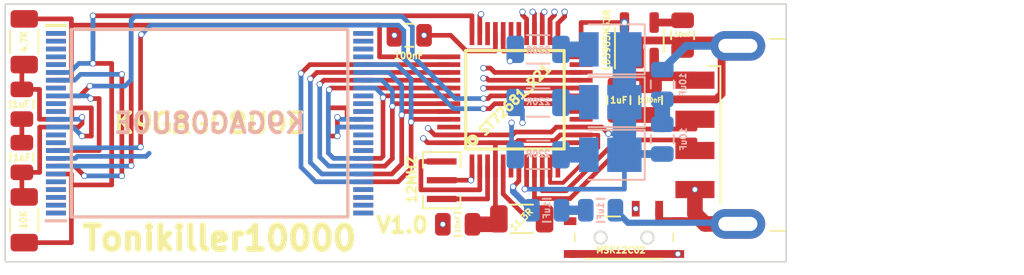
<source format=kicad_pcb>
(kicad_pcb (version 20211014) (generator pcbnew)
  (layers (0 "F.Cu" signal) (1 "In1.Cu" power "GND") (2 "In2.Cu" signal "In.Cu") (31 "B.Cu" signal) (34 "B.Paste" user) (35 "F.Paste" user) (36 "B.SilkS" user "B.Silkscreen") (37 "F.SilkS" user "F.Silkscreen") (38 "B.Mask" user) (39 "F.Mask" user) (44 "Edge.Cuts" user))
  (net 0 "")
  (net 1 "+3V3")
  (net 2 "Earth")
  (net 3 "Net-(C11-Pad2)")
  (net 5 "Net-(C14-Pad1)")
  (net 6 "WP")
  (net 7 "Net-(D1-Pad2)")
  (net 9 "ALE")
  (net 12 "Net-(D2-Pad2)")
  (net 13 "+1V8")
  (net 14 "Net-(J1-Pad3)")
  (net 15 "RNB")
  (net 17 "CLE")
  (net 18 "WE")
  (net 19 "RE")
  (net 20 "Net-(J1-Pad2)")
  (net 21 "CE2")
  (net 22 "CE1")
  (net 23 "Net-(R2-Pad1)")
  (net 24 "Net-(R1-Pad1)")
  (net 25 "Net-(D3-Pad2)")
  (net 26 "Net-(Y2-Pad1)")
  (net 27 "+5V")
  (net 34 "Net-(R4-Pad1)")
  (net 79 "/D3")
  (net 80 "/D2")
  (net 81 "/D1")
  (net 82 "/D0")
  (net 83 "/D7")
  (net 84 "/D6")
  (net 85 "/D5")
  (net 86 "/D4")
  (net 97 "Net-(C1-Pad1)")
  (net 98 "Net-(C12-Pad1)")
  (net 99 "Net-(C10-Pad2)")
  (net 101 "Net-(Y2-Pad3)")
  (net 102 "Net-(R7-Pad2)")
  (footprint "Capacitor_SMD:C_0805_2012Metric" (layer "F.Cu") (at 151.55 88.05)
    (fp_text reference "C4" hide)
    (fp_text value "10nF")
  )
  (footprint "Resistor_SMD:R_1206_3216Metric" (layer "F.Cu") (at 155.65 87.7 180)
    (fp_text reference "R4" hide)
    (fp_text value "11.3R")
  )
  (footprint "Resistor_SMD:R_1206_3216Metric" (layer "F.Cu") (at 123.8 87.7625 -90)
    (fp_text reference "R3" hide)
    (fp_text value "10K")
  )
  (footprint "Capacitor_SMD:C_0805_2012Metric" (layer "F.Cu") (at 123.65 83.775 90)
    (fp_text reference "C2" hide)
    (fp_text value "1uF")
  )
  (footprint "ST72681_R21:QFP50P900X900X160-48N" (layer "F.Cu") (at 155.2155 80.0775 90)
    (fp_text reference "f1" hide)
    (fp_text value "ST72681_R21")
  )
  (footprint "Capacitor_SMD:C_0805_2012Metric" (layer "F.Cu") (at 148.45 75.95)
    (fp_text reference "C14" hide)
    (fp_text value "100nF")
  )
  (footprint "Capacitor_SMD:C_0805_2012Metric" (layer "F.Cu") (at 123.65 80.3625 90)
    (fp_text reference "C1" hide)
    (fp_text value "1uF")
  )
  (footprint "Capacitor_SMD:C_0805_2012Metric" (layer "F.Cu") (at 165.9525 75.94 90)
    (fp_text reference "C11" hide)
    (fp_text value "10nF")
  )
  (footprint "MSK12C02:MSK12C02" (layer "F.Cu") (at 162.2 88.9)
    (fp_text reference "SW1" hide)
    (fp_text value "MSK12C02")
    (fp_circle (center -1.5 0) (end -1.1 0) (layer "Edge.Cuts") (width 0.12) (fill none))
    (fp_circle (center 1.5 0) (end 1.9 0) (layer "Edge.Cuts") (width 0.12) (fill none))
  )
  (footprint "Connector_USB:USB_A_CNCTech_1001-011-01101_Horizontal" (layer "F.Cu") (at 176.39 82.325)
    (fp_text reference "J1" hide)
    (fp_text value "USB_A")
  )
  (footprint "K9GAG08U0E:SOP50P2000X120-48N" (layer "F.Cu") (at 135.668 81.5775)
    (fp_text reference "m1" hide)
    (fp_text value "K9GAG08U0E")
  )
  (footprint "Capacitor_SMD:C_0805_2012Metric" (layer "F.Cu") (at 163.9 80.1 90)
    (fp_text reference "C5" hide)
    (fp_text value "100nF")
  )
  (footprint "Crystal:Resonator_SMD_Murata_CSTxExxV-3Pin_3.0x1.1mm" (layer "F.Cu") (at 150.5275 85.2275 -90)
    (fp_text reference "Y2" hide)
    (fp_text value "12MHZ")
  )
  (footprint "Capacitor_SMD:C_0805_2012Metric" (layer "F.Cu") (at 161.875 80.1 90)
    (fp_text reference "C8" hide)
    (fp_text value "1uF")
  )
  (footprint "Resistor_SMD:R_1206_3216Metric" (layer "F.Cu") (at 123.8 76.3625 90)
    (fp_text reference "R5" hide)
    (fp_text value "4.7K")
  )
  (footprint "Package_TO_SOT_SMD:SOT-23-5" (layer "F.Cu") (at 163.18 76.27 90)
    (fp_text reference "U1" hide)
    (fp_text value "LD3985M33R")
  )
  (footprint "Capacitor_SMD:C_0805_2012Metric" (layer "B.Cu") (at 157.25 87.15 180)
    (fp_text reference "C9" hide)
    (fp_text value "1uF")
  )
  (footprint "LED_SMD:LED_PLCC_2835" (layer "B.Cu") (at 161.325 83.6 180)
    (fp_text reference "D2" hide)
    (fp_text value "GREEN")
  )
  (footprint "Capacitor_SMD:C_0805_2012Metric" (layer "B.Cu") (at 164.65 82.6 -90)
    (fp_text reference "C12" hide)
    (fp_text value "10uF")
  )
  (footprint "LED_SMD:LED_PLCC_2835" (layer "B.Cu") (at 161.325 76.85 180)
    (fp_text reference "D3" hide)
    (fp_text value "YELLOW" hide)
  )
  (footprint "Capacitor_SMD:C_0805_2012Metric" (layer "B.Cu") (at 160.7 87.15 180)
    (fp_text reference "C10" hide)
    (fp_text value "1uF")
  )
  (footprint "Resistor_SMD:R_1206_3216Metric" (layer "B.Cu") (at 156.7 80.25)
    (fp_text reference "R2" hide)
    (fp_text value "220R")
  )
  (footprint "Resistor_SMD:R_1206_3216Metric" (layer "B.Cu") (at 156.7 83.6)
    (fp_text reference "R1" hide)
    (fp_text value "220R")
  )
  (footprint "Capacitor_SMD:C_0805_2012Metric" (layer "B.Cu") (at 164.65 79.1 -90)
    (fp_text reference "C3" hide)
    (fp_text value "10uF")
  )
  (footprint "Resistor_SMD:R_1206_3216Metric" (layer "B.Cu") (at 156.7 76.85 180)
    (fp_text reference "R7" hide)
    (fp_text value "220R")
  )
  (footprint "K9GAG08U0E:SOP50P2000X120-48N" (layer "B.Cu") (at 135.668 81.5775)
    (fp_text reference "m2" hide)
    (fp_text value "K9GAG08U0E")
  )
  (footprint "LED_SMD:LED_PLCC_2835" (layer "B.Cu") (at 161.325 80.23 180)
    (fp_text reference "D1" hide)
    (fp_text value "RED")
  )
  (gr_rect (start 122.58 90.45) (end 172.58 73.95) (layer "Edge.Cuts") (width 0.1) (fill none))
  (gr_text "Tonikiller10000" (at 136.3 88.95) (layer "F.SilkS") (effects (font (size 1.5 1.5) (thickness 0.375))))
  (gr_text "V1.0" (at 148 88.1) (layer "F.SilkS") (effects (font (size 1 1) (thickness 0.25))))
  (via (at 153.2 80.65) (size 0.4) (drill 0.3) (layers "F.Cu" "B.Cu") (net 0))
  (via (at 155 81.55) (size 0.4) (drill 0.3) (layers "F.Cu" "B.Cu") (net 0))
  (via (at 153.2 80) (size 0.4) (drill 0.3) (layers "F.Cu" "B.Cu") (net 0))
  (via (at 153.2 78.05) (size 0.4) (drill 0.3) (layers "F.Cu" "B.Cu") (net 0))
  (via (at 153.2 78.7) (size 0.4) (drill 0.3) (layers "F.Cu" "B.Cu") (net 0))
  (via (at 153.2 79.35) (size 0.4) (drill 0.3) (layers "F.Cu" "B.Cu") (net 0))
  (segment (start 125.83 81.3275) (end 124.78 81.3275) (width 0.3) (layer "F.Cu") (net 1))
  (segment (start 143.27 80.5925) (end 144.47 80.5925) (width 0.3) (layer "F.Cu") (net 1))
  (segment (start 126.85 81.3275) (end 126.85 80.6) (width 0.3) (layer "F.Cu") (net 1))
  (segment (start 144.47 80.5925) (end 144.47 81.3275) (width 0.3) (layer "F.Cu") (net 1))
  (segment (start 128.1 82.4) (end 127.5 82.4) (width 0.3) (layer "F.Cu") (net 1))
  (segment (start 124.78 79.4125) (end 123.65 79.4125) (width 0.3) (layer "F.Cu") (net 1))
  (segment (start 143.27 82.4) (end 143.27 80.5925) (width 0.3) (layer "F.Cu") (net 1))
  (segment (start 125.83 81.3275) (end 126.85 81.3275) (width 0.3) (layer "F.Cu") (net 1))
  (segment (start 123.65 79.4125) (end 123.65 77.825) (width 0.3) (layer "F.Cu") (net 1))
  (segment (start 157.8625 81.8275) (end 157.5475 82.1425) (width 0.3) (layer "F.Cu") (net 1))
  (segment (start 155.2475 82.1425) (end 155.0625 82.3275) (width 0.3) (layer "F.Cu") (net 1))
  (segment (start 128.1 80.6) (end 128.1 82.4) (width 0.3) (layer "F.Cu") (net 1))
  (segment (start 159.4535 75.1325) (end 162.23 75.1325) (width 0.3) (layer "F.Cu") (net 1))
  (segment (start 143.85 82.4) (end 143.27 82.4) (width 0.3) (layer "F.Cu") (net 1))
  (segment (start 150.0775 82.3275) (end 150.9775 82.3275) (width 0.3) (layer "F.Cu") (net 1))
  (segment (start 159.4535 76.95) (end 159.4535 77.3275) (width 0.3) (layer "F.Cu") (net 1))
  (segment (start 123.65 77.825) (end 123.8 77.825) (width 0.3) (layer "F.Cu") (net 1))
  (segment (start 160.7775 81.8275) (end 161.2 82.25) (width 0.3) (layer "F.Cu") (net 1))
  (segment (start 159.4535 81.8275) (end 157.8625 81.8275) (width 0.3) (layer "F.Cu") (net 1))
  (segment (start 126.85 80.6) (end 128.05 80.6) (width 0.3) (layer "F.Cu") (net 1))
  (segment (start 124.78 81.3275) (end 124.78 79.4125) (width 0.3) (layer "F.Cu") (net 1))
  (segment (start 155.9655 85.6845) (end 155.9655 84.3155) (width 0.3) (layer "F.Cu") (net 1))
  (segment (start 154.4655 76.95) (end 159.4535 76.95) (width 0.3) (layer "F.Cu") (net 1))
  (segment (start 155.0625 82.3275) (end 150.9775 82.3275) (width 0.3) (layer "F.Cu") (net 1))
  (segment (start 159.4535 76.95) (end 159.4535 75.1325) (width 0.3) (layer "F.Cu") (net 1))
  (segment (start 128.05 80.6) (end 128.1 80.6) (width 0.3) (layer "F.Cu") (net 1))
  (segment (start 154.4655 75.8395) (end 154.4655 76.95) (width 0.3) (layer "F.Cu") (net 1))
  (segment (start 144.47 81.3275) (end 145.506 81.3275) (width 0.3) (layer "F.Cu") (net 1))
  (segment (start 159.4535 81.8275) (end 160.7775 81.8275) (width 0.3) (layer "F.Cu") (net 1))
  (segment (start 157.5475 82.1425) (end 155.2475 82.1425) (width 0.3) (layer "F.Cu") (net 1))
  (segment (start 149.65 81.9) (end 150.0775 82.3275) (width 0.3) (layer "F.Cu") (net 1))
  (segment (start 155.85 85.8) (end 155.9655 85.6845) (width 0.3) (layer "F.Cu") (net 1))
  (via (at 161.2 82.25) (size 0.4) (drill 0.3) (layers "F.Cu" "B.Cu") (net 1))
  (via (at 149.65 81.9) (size 0.4) (drill 0.3) (layers "F.Cu" "B.Cu") (net 1))
  (via (at 162.23 75.1325) (size 0.4) (drill 0.3) (layers "F.Cu" "B.Cu") (net 1))
  (via (at 150.6 88.05) (size 0.4) (drill 0.3) (layers "F.Cu" "B.Cu") (net 1))
  (via (at 127.5 82.4) (size 0.4) (drill 0.3) (layers "F.Cu" "B.Cu") (net 1))
  (via (at 143.85 82.4) (size 0.4) (drill 0.3) (layers "F.Cu" "B.Cu") (net 1))
  (via (at 155.85 85.8) (size 0.4) (drill 0.3) (layers "F.Cu" "B.Cu") (net 1))
  (segment (start 162.275 83.55) (end 162.225 83.6) (width 0.5) (layer "B.Cu") (net 1))
  (segment (start 161.2 82.25) (end 162.2 82.25) (width 0.3) (layer "B.Cu") (net 1))
  (segment (start 155.85 85.8) (end 162.225 85.8) (width 0.3) (layer "B.Cu") (net 1))
  (segment (start 162.225 83.6) (end 162.225 82.225) (width 1.5) (layer "B.Cu") (net 1))
  (segment (start 162.225 85.8) (end 162.225 83.6) (width 0.3) (layer "B.Cu") (net 1))
  (segment (start 162.225 76.85) (end 162.225 75.1375) (width 0.5) (layer "B.Cu") (net 1))
  (segment (start 162.225 82.225) (end 162.225 76.85) (width 1.5) (layer "B.Cu") (net 1))
  (segment (start 125.83 81.8275) (end 126.9275 81.8275) (width 0.3) (layer "B.Cu") (net 1))
  (segment (start 143.85 81.8275) (end 143.85 82.4) (width 0.3) (layer "B.Cu") (net 1))
  (segment (start 162.225 75.1375) (end 162.23 75.1325) (width 0.5) (layer "B.Cu") (net 1))
  (segment (start 162.2 82.25) (end 162.225 82.225) (width 0.3) (layer "B.Cu") (net 1))
  (segment (start 145.506 81.8275) (end 143.85 81.8275) (width 0.3) (layer "B.Cu") (net 1))
  (segment (start 126.9275 81.8275) (end 127.5 82.4) (width 0.3) (layer "B.Cu") (net 1))
  (segment (start 164.65 83.55) (end 162.275 83.55) (width 0.5) (layer "B.Cu") (net 1))
  (segment (start 165.9525 76.28) (end 165.9525 76.89) (width 0.5) (layer "F.Cu") (net 2))
  (segment (start 153.8375 88.05) (end 154.1875 87.7) (width 1) (layer "F.Cu") (net 2))
  (segment (start 167.385 88.025) (end 169.49 88.025) (width 1) (layer "F.Cu") (net 2))
  (segment (start 127.2725 81.8275) (end 127.5 81.6) (width 0.3) (layer "F.Cu") (net 2))
  (segment (start 143.85 81.8275) (end 143.85 81.2) (width 0.3) (layer "F.Cu") (net 2))
  (segment (start 125.83 81.8275) (end 127.2725 81.8275) (width 0.3) (layer "F.Cu") (net 2))
  (segment (start 160.5475 83.1425) (end 160.5475 82.3275) (width 0.25) (layer "F.Cu") (net 2))
  (segment (start 157.7675 82.6825) (end 155.4275 82.6825) (width 0.3) (layer "F.Cu") (net 2))
  (segment (start 124.79 81.8275) (end 124.79 84.725) (width 0.3) (layer "F.Cu") (net 2))
  (segment (start 157.9655 75.1845) (end 158.4 74.75) (width 0.3) (layer "F.Cu") (net 2))
  (segment (start 168.45 76.625) (end 168.45 79.7) (width 0.5) (layer "F.Cu") (net 2))
  (segment (start 165.65 89.95) (end 158.75 89.95) (width 0.5) (layer "F.Cu") (net 2))
  (segment (start 149.6275 82.8275) (end 150.9775 82.8275) (width 0.3) (layer "F.Cu") (net 2))
  (segment (start 157.4655 84.3155) (end 157.4655 84.3125) (width 0.25) (layer "F.Cu") (net 2))
  (segment (start 164.45 87.1) (end 164.45 87.85) (width 0.5) (layer "F.Cu") (net 2))
  (segment (start 149.35 82.55) (end 149.6275 82.8275) (width 0.3) (layer "F.Cu") (net 2))
  (segment (start 169.49 76.28) (end 169.49 76.625) (width 0.5) (layer "F.Cu") (net 2))
  (segment (start 166.74 85.825) (end 166.74 87.38) (width 1) (layer "F.Cu") (net 2))
  (segment (start 161.875 81.05) (end 163.9 81.05) (width 1) (layer "F.Cu") (net 2))
  (segment (start 165.9525 76.28) (end 163.18 76.28) (width 0.5) (layer "F.Cu") (net 2))
  (segment (start 157.4655 84.3155) (end 157.4655 85.3925) (width 0.25) (layer "F.Cu") (net 2))
  (segment (start 154.9655 84.3155) (end 154.9655 83.1445) (width 0.3) (layer "F.Cu") (net 2))
  (segment (start 153.9505 82.8275) (end 153.5325 82.8275) (width 0.3) (layer "F.Cu") (net 2))
  (segment (start 153.9655 76.95) (end 153.9655 75.8395) (width 0.3) (layer "F.Cu") (net 2))
  (segment (start 168.1 80.05) (end 164.9 80.05) (width 0.5) (layer "F.Cu") (net 2))
  (segment (start 169.49 76.625) (end 168.45 76.625) (width 0.5) (layer "F.Cu") (net 2))
  (segment (start 159.4535 82.3275) (end 158.1225 82.3275) (width 0.3) (layer "F.Cu") (net 2))
  (segment (start 157.9655 75.8395) (end 157.9655 75.1845) (width 0.3) (layer "F.Cu") (net 2))
  (segment (start 160.5475 82.3275) (end 159.4535 82.3275) (width 0.25) (layer "F.Cu") (net 2))
  (segment (start 164.9 80.05) (end 163.9 81.05) (width 0.5) (layer "F.Cu") (net 2))
  (segment (start 153.9655 84.3155) (end 153.9655 82.8425) (width 0.3) (layer "F.Cu") (net 2))
  (segment (start 127.5 81.6) (end 127.5 81.2) (width 0.3) (layer "F.Cu") (net 2))
  (segment (start 165.9525 76.28) (end 169.49 76.28) (width 0.5) (layer "F.Cu") (net 2))
  (segment (start 158.1225 82.3275) (end 157.7675 82.6825) (width 0.3) (layer "F.Cu") (net 2))
  (segment (start 155.2825 82.8275) (end 153.5325 82.8275) (width 0.3) (layer "F.Cu") (net 2))
  (segment (start 163.18 77.4075) (end 163.18 76.28) (width 0.5) (layer "F.Cu") (net 2))
  (segment (start 153.5325 82.8275) (end 150.9775 82.8275) (width 0.3) (layer "F.Cu") (net 2))
  (segment (start 168.45 79.7) (end 168.1 80.05) (width 0.5) (layer "F.Cu") (net 2))
  (segment (start 123.8 86.3) (end 123.65 86.3) (width 0.3) (layer "F.Cu") (net 2))
  (segment (start 157.4655 84.3125) (end 157.4675 84.3125) (width 0.25) (layer "F.Cu") (net 2))
  (segment (start 149.4 75.95) (end 151.1 75.95) (width 0.3) (layer "F.Cu") (net 2))
  (segment (start 153.9655 84.3155) (end 153.9655 87.7) (width 0.3) (layer "F.Cu") (net 2))
  (segment (start 157.4655 85.3925) (end 158.2975 85.3925) (width 0.25) (layer "F.Cu") (net 2))
  (segment (start 164.45 87.85) (end 166.74 87.85) (width 0.5) (layer "F.Cu") (net 2))
  (segment (start 152.5 88.05) (end 153.8375 88.05) (width 1) (layer "F.Cu") (net 2))
  (segment (start 152.1 76.95) (end 153.9655 76.95) (width 0.3) (layer "F.Cu") (net 2))
  (segment (start 125.83 81.8275) (end 124.79 81.8275) (width 0.3) (layer "F.Cu") (net 2))
  (segment (start 166.74 87.38) (end 167.385 88.025) (width 1) (layer "F.Cu") (net 2))
  (segment (start 153.9655 82.8425) (end 153.9505 82.8275) (width 0.3) (layer "F.Cu") (net 2))
  (segment (start 145.506 81.8275) (end 143.85 81.8275) (width 0.3) (layer "F.Cu") (net 2))
  (segment (start 166.72 87.4) (end 166.74 87.38) (width 0.5) (layer "F.Cu") (net 2))
  (segment (start 158.2975 85.3925) (end 160.5475 83.1425) (width 0.25) (layer "F.Cu") (net 2))
  (segment (start 124.79 84.725) (end 123.65 84.725) (width 0.3) (layer "F.Cu") (net 2))
  (segment (start 123.65 86.3) (end 123.65 84.725) (width 0.3) (layer "F.Cu") (net 2))
  (segment (start 151.1 75.95) (end 152.1 76.95) (width 0.3) (layer "F.Cu") (net 2))
  (segment (start 154.9655 83.1445) (end 155.2825 82.8275) (width 0.3) (layer "F.Cu") (net 2))
  (segment (start 153.9655 87.7) (end 154.1875 87.7) (width 0.3) (layer "F.Cu") (net 2))
  (segment (start 166.74 87.85) (end 166.74 87.38) (width 0.5) (layer "F.Cu") (net 2))
  (segment (start 158.4 74.75) (end 158.4 74.45) (width 0.3) (layer "F.Cu") (net 2))
  (segment (start 155.4275 82.6825) (end 155.2825 82.8275) (width 0.3) (layer "F.Cu") (net 2))
  (via (at 166.74 85.825) (size 0.4) (drill 0.3) (layers "F.Cu" "B.Cu") (net 2))
  (via (at 143.85 81.2) (size 0.4) (drill 0.3) (layers "F.Cu" "B.Cu") (net 2))
  (via (at 158.4 74.45) (size 0.4) (drill 0.3) (layers "F.Cu" "B.Cu") (net 2))
  (via (at 127.5 81.2) (size 0.4) (drill 0.3) (layers "F.Cu" "B.Cu") (net 2))
  (via (at 165.65 89.95) (size 0.4) (drill 0.3) (layers "F.Cu" "B.Cu") (net 2))
  (via (at 149.35 82.55) (size 0.4) (drill 0.3) (layers "F.Cu" "B.Cu") (net 2))
  (via (at 149.4 75.95) (size 0.4) (drill 0.3) (layers "F.Cu" "B.Cu") (net 2))
  (segment (start 166.175 76.625) (end 169.49 76.625) (width 0.5) (layer "B.Cu") (net 2))
  (segment (start 169.415 87.95) (end 169.49 88.025) (width 0.4) (layer "B.Cu") (net 2))
  (segment (start 162.45 87.95) (end 169.415 87.95) (width 0.4) (layer "B.Cu") (net 2))
  (segment (start 145.506 81.3275) (end 143.9775 81.3275) (width 0.3) (layer "B.Cu") (net 2))
  (segment (start 164.65 78.15) (end 166.175 76.625) (width 0.5) (layer "B.Cu") (net 2))
  (segment (start 143.9775 81.3275) (end 143.85 81.2) (width 0.3) (layer "B.Cu") (net 2))
  (segment (start 143.85 81.2) (end 143.8575 81.1925) (width 0.3) (layer "B.Cu") (net 2))
  (segment (start 143.8575 81.1925) (end 143.87 81.1925) (width 0.3) (layer "B.Cu") (net 2))
  (segment (start 161.65 87.15) (end 162.45 87.95) (width 0.4) (layer "B.Cu") (net 2))
  (segment (start 125.83 81.3275) (end 127.3725 81.3275) (width 0.3) (layer "B.Cu") (net 2))
  (segment (start 127.3725 81.3275) (end 127.5 81.2) (width 0.3) (layer "B.Cu") (net 2))
  (segment (start 165.9525 75.1325) (end 165.9525 74.99) (width 0.5) (layer "F.Cu") (net 3))
  (segment (start 164.13 75.1325) (end 165.9525 75.1325) (width 0.5) (layer "F.Cu") (net 3))
  (segment (start 165.63 75.1325) (end 165.98 74.7825) (width 0.3) (layer "F.Cu") (net 3))
  (segment (start 155.7 74.45) (end 155.7 74.65) (width 0.3) (layer "F.Cu") (net 5))
  (segment (start 155.7 74.65) (end 155.9655 74.9155) (width 0.3) (layer "F.Cu") (net 5))
  (segment (start 155.9655 74.9155) (end 155.9655 75.8395) (width 0.3) (layer "F.Cu") (net 5))
  (via (at 147.5 75.95) (size 0.4) (drill 0.3) (layers "F.Cu" "B.Cu") (net 5))
  (via (at 155.7 74.45) (size 0.4) (drill 0.3) (layers "F.Cu" "B.Cu") (net 5))
  (segment (start 126.82 85.53) (end 126.82 84.8275) (width 0.3) (layer "F.Cu") (net 6))
  (segment (start 129.4 77.75) (end 128.2 77.75) (width 0.3) (layer "F.Cu") (net 6))
  (segment (start 152.4655 74.7) (end 152.4655 75.8395) (width 0.3) (layer "F.Cu") (net 6))
  (segment (start 126.82 85.53) (end 129.4 85.53) (width 0.3) (layer "F.Cu") (net 6))
  (segment (start 128.2 74.7) (end 152.4655 74.7) (width 0.3) (layer "F.Cu") (net 6))
  (segment (start 126.82 89.225) (end 126.82 85.53) (width 0.3) (layer "F.Cu") (net 6))
  (segment (start 126.82 84.8275) (end 125.83 84.8275) (width 0.3) (layer "F.Cu") (net 6))
  (segment (start 129.4 85.53) (end 129.4 77.75) (width 0.3) (layer "F.Cu") (net 6))
  (segment (start 123.8 89.225) (end 126.82 89.225) (width 0.3) (layer "F.Cu") (net 6))
  (via (at 128.2 77.75) (size 0.4) (drill 0.3) (layers "F.Cu" "B.Cu") (net 6))
  (via (at 128.2 74.7) (size 0.4) (drill 0.3) (layers "F.Cu" "B.Cu") (net 6))
  (segment (start 127.3 77.75) (end 126.7225 78.3275) (width 0.3) (layer "B.Cu") (net 6))
  (segment (start 128.2 74.7) (end 128.2 74.8) (width 0.3) (layer "B.Cu") (net 6))
  (segment (start 128.2 74.8) (end 128.2 77.75) (width 0.3) (layer "B.Cu") (net 6))
  (segment (start 127.3 77.75) (end 128.2 77.75) (width 0.3) (layer "B.Cu") (net 6))
  (segment (start 128.2 74.8) (end 128.2 76.85) (width 0.3) (layer "B.Cu") (net 6))
  (segment (start 126.7225 78.3275) (end 125.83 78.3275) (width 0.3) (layer "B.Cu") (net 6))
  (segment (start 159.95 80.25) (end 159.95 80.23) (width 1) (layer "B.Cu") (net 7))
  (segment (start 158.1625 80.25) (end 159.95 80.25) (width 1) (layer "B.Cu") (net 7))
  (segment (start 157.75 74.65) (end 157.4655 74.9345) (width 0.3) (layer "F.Cu") (net 9))
  (segment (start 157.4655 74.9345) (end 157.4655 75.8395) (width 0.3) (layer "F.Cu") (net 9))
  (segment (start 157.75 74.45) (end 157.75 74.65) (width 0.3) (layer "F.Cu") (net 9))
  (via (at 157.75 74.45) (size 0.4) (drill 0.3) (layers "F.Cu" "B.Cu") (net 9))
  (segment (start 158.1625 83.6) (end 159.95 83.6) (width 1) (layer "B.Cu") (net 12))
  (segment (start 157.9655 83.1825) (end 157.7575 83.1825) (width 0.3) (layer "F.Cu") (net 13))
  (segment (start 152.4 85.2275) (end 152.4655 85.162) (width 0.3) (layer "F.Cu") (net 13))
  (segment (start 152.4 85.2275) (end 150.5275 85.2275) (width 0.3) (layer "F.Cu") (net 13))
  (segment (start 155.6725 83.1825) (end 157.7475 83.1825) (width 0.3) (layer "F.Cu") (net 13))
  (segment (start 155.4655 85.2845) (end 155.4655 84.3155) (width 0.3) (layer "F.Cu") (net 13))
  (segment (start 152.4655 85.162) (end 152.4655 84.3155) (width 0.3) (layer "F.Cu") (net 13))
  (segment (start 157.9655 84.3155) (end 157.9655 83.1825) (width 0.3) (layer "F.Cu") (net 13))
  (segment (start 159.4535 82.8275) (end 158.3725 82.8275) (width 0.3) (layer "F.Cu") (net 13))
  (segment (start 158.3725 82.8275) (end 157.9655 83.2345) (width 0.3) (layer "F.Cu") (net 13))
  (segment (start 155.4655 83.3895) (end 155.6725 83.1825) (width 0.3) (layer "F.Cu") (net 13))
  (segment (start 157.9655 83.2345) (end 157.9655 84.3155) (width 0.3) (layer "F.Cu") (net 13))
  (segment (start 155.4655 84.3155) (end 155.4655 83.3895) (width 0.3) (layer "F.Cu") (net 13))
  (segment (start 155.1 85.65) (end 155.4655 85.2845) (width 0.3) (layer "F.Cu") (net 13))
  (via (at 152.4 85.2275) (size 0.4) (drill 0.3) (layers "F.Cu" "B.Cu") (net 13))
  (via (at 155.1 85.65) (size 0.4) (drill 0.3) (layers "F.Cu" "B.Cu") (net 13))
  (segment (start 156.3 87.15) (end 155.1 85.95) (width 0.4) (layer "B.Cu") (net 13))
  (segment (start 155.1 85.95) (end 155.1 85.65) (width 0.4) (layer "B.Cu") (net 13))
  (segment (start 156.4655 86.4) (end 156.4655 84.3155) (width 0.3) (layer "F.Cu") (net 14))
  (segment (start 166.74 83.325) (end 166.74 82.65) (width 0.3) (layer "F.Cu") (net 14))
  (segment (start 166.74 82.65) (end 162.5 82.65) (width 0.3) (layer "F.Cu") (net 14))
  (segment (start 158.75 86.4) (end 156.4655 86.4) (width 0.3) (layer "F.Cu") (net 14))
  (segment (start 162.5 82.65) (end 158.75 86.4) (width 0.3) (layer "F.Cu") (net 14))
  (segment (start 150.9775 77.3275) (end 146.55 77.3275) (width 0.3) (layer "F.Cu") (net 15))
  (segment (start 126.6075 74.9) (end 126.82 74.9) (width 0.3) (layer "F.Cu") (net 15))
  (segment (start 126.82 75.27) (end 126.82 78.8275) (width 0.3) (layer "F.Cu") (net 15))
  (segment (start 129.95 75.3) (end 126.82 75.3) (width 0.3) (layer "F.Cu") (net 15))
  (segment (start 130.65 84.3) (end 130.65 75.3) (width 0.3) (layer "F.Cu") (net 15))
  (segment (start 146.55 75.3) (end 129.95 75.3) (width 0.3) (layer "F.Cu") (net 15))
  (segment (start 123.8 74.9) (end 126.6075 74.9) (width 0.3) (layer "F.Cu") (net 15))
  (segment (start 146.55 77.3275) (end 146.55 75.3) (width 0.3) (layer "F.Cu") (net 15))
  (segment (start 126.82 78.8275) (end 125.83 78.8275) (width 0.3) (layer "F.Cu") (net 15))
  (segment (start 126.82 75.3) (end 126.82 75.27) (width 0.3) (layer "F.Cu") (net 15))
  (segment (start 126.82 74.9) (end 126.82 75.27) (width 0.3) (layer "F.Cu") (net 15))
  (via (at 130.65 84.3) (size 0.4) (drill 0.3) (layers "F.Cu" "B.Cu") (net 15))
  (segment (start 130.65 84.3) (end 130.6225 84.3275) (width 0.3) (layer "B.Cu") (net 15))
  (segment (start 130.6225 84.3275) (end 125.83 84.3275) (width 0.3) (layer "B.Cu") (net 15))
  (segment (start 128.6 83.3275) (end 128.6 80) (width 0.3) (layer "F.Cu") (net 17))
  (segment (start 159.4535 78.3275) (end 153.9225 78.3275) (width 0.3) (layer "F.Cu") (net 17))
  (segment (start 128.6 80) (end 128.05 80) (width 0.3) (layer "F.Cu") (net 17))
  (segment (start 125.83 83.3275) (end 128.6 83.3275) (width 0.3) (layer "F.Cu") (net 17))
  (segment (start 153.9225 78.3275) (end 153.645 78.05) (width 0.3) (layer "F.Cu") (net 17))
  (segment (start 153.645 78.05) (end 153.2 78.05) (width 0.3) (layer "F.Cu") (net 17))
  (via (at 128.05 80) (size 0.4) (drill 0.3) (layers "F.Cu" "B.Cu") (net 17))
  (segment (start 127.8775 79.8275) (end 125.83 79.8275) (width 0.3) (layer "B.Cu") (net 17))
  (segment (start 128.05 80) (end 127.8775 79.8275) (width 0.3) (layer "B.Cu") (net 17))
  (segment (start 153.4 78.7) (end 153.2 78.7) (width 0.3) (layer "F.Cu") (net 18))
  (segment (start 125.83 84.3275) (end 127.0275 84.3275) (width 0.3) (layer "F.Cu") (net 18))
  (segment (start 159.4535 78.8275) (end 153.5275 78.8275) (width 0.3) (layer "F.Cu") (net 18))
  (segment (start 153.5275 78.8275) (end 153.4 78.7) (width 0.3) (layer "F.Cu") (net 18))
  (segment (start 127.0275 84.3275) (end 127.65 84.95) (width 0.3) (layer "F.Cu") (net 18))
  (segment (start 130.05 84.95) (end 130.05 78.45) (width 0.3) (layer "F.Cu") (net 18))
  (via (at 127.65 84.95) (size 0.4) (drill 0.3) (layers "F.Cu" "B.Cu") (net 18))
  (via (at 130.05 78.45) (size 0.4) (drill 0.3) (layers "F.Cu" "B.Cu") (net 18))
  (via (at 130.05 84.95) (size 0.4) (drill 0.3) (layers "F.Cu" "B.Cu") (net 18))
  (segment (start 127.0225 78.8275) (end 127.4 78.45) (width 0.3) (layer "B.Cu") (net 18))
  (segment (start 125.83 78.8275) (end 127.0225 78.8275) (width 0.3) (layer "B.Cu") (net 18))
  (segment (start 127.65 84.95) (end 130.05 84.95) (width 0.3) (layer "B.Cu") (net 18))
  (segment (start 127.4 78.45) (end 130.05 78.45) (width 0.3) (layer "B.Cu") (net 18))
  (segment (start 159.4535 79.3275) (end 153.2225 79.3275) (width 0.3) (layer "F.Cu") (net 19))
  (segment (start 153.2225 79.3275) (end 153.2 79.35) (width 0.3) (layer "F.Cu") (net 19))
  (segment (start 127.2 83.7) (end 131.6 83.7) (width 0.3) (layer "B.Cu") (net 19))
  (segment (start 127.0725 83.8275) (end 127.2 83.7) (width 0.3) (layer "B.Cu") (net 19))
  (segment (start 131.6 83.7) (end 131.8 83.5) (width 0.3) (layer "B.Cu") (net 19))
  (segment (start 125.83 83.8275) (end 127.0725 83.8275) (width 0.3) (layer "B.Cu") (net 19))
  (segment (start 166.74 81.325) (end 166.74 81.95) (width 0.3) (layer "F.Cu") (net 20))
  (segment (start 156.9655 85.9) (end 156.9655 84.3155) (width 0.3) (layer "F.Cu") (net 20))
  (segment (start 166.74 81.95) (end 162.45 81.95) (width 0.3) (layer "F.Cu") (net 20))
  (segment (start 158.5 85.9) (end 156.9655 85.9) (width 0.3) (layer "F.Cu") (net 20))
  (segment (start 162.45 81.95) (end 158.5 85.9) (width 0.3) (layer "F.Cu") (net 20))
  (segment (start 153.9225 80.3275) (end 153.6 80.65) (width 0.3) (layer "F.Cu") (net 21))
  (segment (start 159.4535 80.3275) (end 153.9225 80.3275) (width 0.3) (layer "F.Cu") (net 21))
  (segment (start 131.25 75.95) (end 131.25 83.1) (width 0.3) (layer "F.Cu") (net 21))
  (segment (start 153.6 80.65) (end 153.2 80.65) (width 0.3) (layer "F.Cu") (net 21))
  (via (at 131.3 75.9) (size 0.4) (drill 0.3) (layers "F.Cu" "B.Cu") (net 21))
  (via (at 131.25 83.1) (size 0.4) (drill 0.3) (layers "F.Cu" "B.Cu") (net 21))
  (segment (start 131.25 83.1) (end 131.2 83.15) (width 0.3) (layer "B.Cu") (net 21))
  (segment (start 131.9 75.3) (end 147.75 75.3) (width 0.3) (layer "B.Cu") (net 21))
  (segment (start 148.1 75.65) (end 148.1 77.45) (width 0.3) (layer "B.Cu") (net 21))
  (segment (start 131.3 75.9) (end 131.9 75.3) (width 0.3) (layer "B.Cu") (net 21))
  (segment (start 147.75 75.3) (end 148.1 75.65) (width 0.3) (layer "B.Cu") (net 21))
  (segment (start 131.2 83.15) (end 126.95 83.15) (width 0.3) (layer "B.Cu") (net 21))
  (segment (start 151.3 80.65) (end 153.2 80.65) (width 0.3) (layer "B.Cu") (net 21))
  (segment (start 126.7725 83.3275) (end 125.83 83.3275) (width 0.3) (layer "B.Cu") (net 21))
  (segment (start 126.95 83.15) (end 126.7725 83.3275) (width 0.3) (layer "B.Cu") (net 21))
  (segment (start 148.1 77.45) (end 151.3 80.65) (width 0.3) (layer "B.Cu") (net 21))
  (segment (start 153.5 80) (end 153.2 80) (width 0.3) (layer "F.Cu") (net 22))
  (segment (start 127.7 79.5) (end 128 79.2) (width 0.3) (layer "F.Cu") (net 22))
  (segment (start 159.4535 79.8275) (end 153.6725 79.8275) (width 0.3) (layer "F.Cu") (net 22))
  (segment (start 153.6725 79.8275) (end 153.5 80) (width 0.3) (layer "F.Cu") (net 22))
  (segment (start 127.3725 79.8275) (end 127.7 79.5) (width 0.3) (layer "F.Cu") (net 22))
  (segment (start 125.83 79.8275) (end 127.3725 79.8275) (width 0.3) (layer "F.Cu") (net 22))
  (via (at 128 79.2) (size 0.4) (drill 0.3) (layers "F.Cu" "B.Cu") (net 22))
  (segment (start 128 79.2) (end 130.25 79.2) (width 0.3) (layer "B.Cu") (net 22))
  (segment (start 130.875 74.75) (end 148 74.75) (width 0.3) (layer "B.Cu") (net 22))
  (segment (start 130.25 79.2) (end 130.65 78.8) (width 0.3) (layer "B.Cu") (net 22))
  (segment (start 148.65 75.4) (end 148.65 77.25) (width 0.3) (layer "B.Cu") (net 22))
  (segment (start 148 74.75) (end 148.65 75.4) (width 0.3) (layer "B.Cu") (net 22))
  (segment (start 130.65 78.8) (end 130.65 74.975) (width 0.3) (layer "B.Cu") (net 22))
  (segment (start 130.65 74.975) (end 130.875 74.75) (width 0.3) (layer "B.Cu") (net 22))
  (segment (start 151.4 80) (end 153.2 80) (width 0.3) (layer "B.Cu") (net 22))
  (segment (start 148.65 77.25) (end 151.4 80) (width 0.3) (layer "B.Cu") (net 22))
  (segment (start 157.1 74.45) (end 156.9655 74.5845) (width 0.3) (layer "F.Cu") (net 23))
  (segment (start 156.9655 74.5845) (end 156.9655 75.8395) (width 0.3) (layer "F.Cu") (net 23))
  (via (at 157.1 74.45) (size 0.4) (drill 0.3) (layers "F.Cu" "B.Cu") (net 23))
  (via (at 155.7 81.55) (size 0.4) (drill 0.3) (layers "F.Cu" "B.Cu") (net 23))
  (segment (start 155.7 80.7125) (end 155.2375 80.25) (width 0.3) (layer "B.Cu") (net 23))
  (segment (start 155.7 81.55) (end 155.7 80.7125) (width 0.3) (layer "B.Cu") (net 23))
  (segment (start 156.4655 74.5655) (end 156.4655 75.8395) (width 0.3) (layer "F.Cu") (net 24))
  (segment (start 156.35 74.45) (end 156.4655 74.5655) (width 0.3) (layer "F.Cu") (net 24))
  (via (at 156.35 74.45) (size 0.4) (drill 0.3) (layers "F.Cu" "B.Cu") (net 24))
  (segment (start 155 81.55) (end 155 83.3625) (width 0.3) (layer "B.Cu") (net 24))
  (segment (start 155 83.3625) (end 155.2375 83.6) (width 0.3) (layer "B.Cu") (net 24))
  (segment (start 158.1625 76.85) (end 159.95 76.85) (width 1) (layer "B.Cu") (net 25))
  (segment (start 152.9655 85.8425) (end 149.1975 85.8425) (width 0.3) (layer "F.Cu") (net 26))
  (segment (start 150.5275 84.0275) (end 151.3125 84.0275) (width 0.3) (layer "F.Cu") (net 26))
  (segment (start 149.1975 85.8425) (end 149.1975 84.0275) (width 0.3) (layer "F.Cu") (net 26))
  (segment (start 149.1975 84.0275) (end 150.5275 84.0275) (width 0.3) (layer "F.Cu") (net 26))
  (segment (start 152.9655 84.3155) (end 152.9655 85.8425) (width 0.3) (layer "F.Cu") (net 26))
  (segment (start 164.13 78.58) (end 166.74 78.58) (width 0.6) (layer "F.Cu") (net 27))
  (segment (start 164.13 78.58) (end 164.13 77.2075) (width 0.6) (layer "F.Cu") (net 27))
  (segment (start 162.23 78.58) (end 164.13 78.58) (width 0.6) (layer "F.Cu") (net 27))
  (segment (start 166.74 78.58) (end 166.74 78.825) (width 0.6) (layer "F.Cu") (net 27))
  (segment (start 162.23 77.4075) (end 162.23 78.58) (width 0.6) (layer "F.Cu") (net 27))
  (segment (start 154.4655 86.1155) (end 156.05 87.7) (width 0.3) (layer "F.Cu") (net 34))
  (segment (start 154.4655 84.3155) (end 154.4655 86.1155) (width 0.3) (layer "F.Cu") (net 34))
  (segment (start 156.05 87.7) (end 157.05 87.7) (width 0.3) (layer "F.Cu") (net 34))
  (segment (start 146.635 83.8275) (end 145.506 83.8275) (width 0.3) (layer "F.Cu") (net 79))
  (segment (start 146.77 79.9425) (end 146.77 83.6925) (width 0.3) (layer "F.Cu") (net 79))
  (segment (start 146.77 83.6925) (end 146.635 83.8275) (width 0.3) (layer "F.Cu") (net 79))
  (segment (start 146.77 79.9425) (end 146.77 79.8275) (width 0.3) (layer "F.Cu") (net 79))
  (segment (start 146.77 79.8275) (end 150.9775 79.8275) (width 0.3) (layer "F.Cu") (net 79))
  (via (at 146.77 79.9425) (size 0.4) (drill 0.3) (layers "F.Cu" "B.Cu") (net 79))
  (segment (start 146.305 79.3275) (end 145.506 79.3275) (width 0.3) (layer "B.Cu") (net 79))
  (segment (start 146.77 79.7925) (end 146.305 79.3275) (width 0.3) (layer "B.Cu") (net 79))
  (segment (start 146.77 79.9425) (end 146.77 79.7925) (width 0.3) (layer "B.Cu") (net 79))
  (segment (start 147.37 80.3275) (end 150.9775 80.3275) (width 0.3) (layer "F.Cu") (net 80))
  (segment (start 147.37 83.8425) (end 146.885 84.3275) (width 0.3) (layer "F.Cu") (net 80))
  (segment (start 147.37 80.4925) (end 147.37 80.3275) (width 0.3) (layer "F.Cu") (net 80))
  (segment (start 146.885 84.3275) (end 145.506 84.3275) (width 0.3) (layer "F.Cu") (net 80))
  (segment (start 147.37 80.4925) (end 147.37 83.8425) (width 0.3) (layer "F.Cu") (net 80))
  (via (at 147.37 80.4925) (size 0.4) (drill 0.3) (layers "F.Cu" "B.Cu") (net 80))
  (segment (start 146.705 78.8275) (end 145.506 78.8275) (width 0.3) (layer "B.Cu") (net 80))
  (segment (start 147.37 79.4925) (end 146.705 78.8275) (width 0.3) (layer "B.Cu") (net 80))
  (segment (start 147.37 80.4925) (end 147.37 79.4925) (width 0.3) (layer "B.Cu") (net 80))
  (segment (start 147.97 81.0425) (end 147.97 84.1925) (width 0.3) (layer "F.Cu") (net 81))
  (segment (start 147.97 80.8275) (end 150.9775 80.8275) (width 0.3) (layer "F.Cu") (net 81))
  (segment (start 147.97 84.1925) (end 147.335 84.8275) (width 0.3) (layer "F.Cu") (net 81))
  (segment (start 147.97 81.0425) (end 147.97 80.8275) (width 0.3) (layer "F.Cu") (net 81))
  (segment (start 147.335 84.8275) (end 145.506 84.8275) (width 0.3) (layer "F.Cu") (net 81))
  (via (at 147.97 81.0425) (size 0.4) (drill 0.3) (layers "F.Cu" "B.Cu") (net 81))
  (segment (start 147.155 78.3275) (end 145.506 78.3275) (width 0.3) (layer "B.Cu") (net 81))
  (segment (start 147.97 81.0425) (end 147.97 79.1425) (width 0.3) (layer "B.Cu") (net 81))
  (segment (start 147.97 79.1425) (end 147.155 78.3275) (width 0.3) (layer "B.Cu") (net 81))
  (segment (start 148.57 81.4925) (end 148.57 84.4925) (width 0.3) (layer "F.Cu") (net 82))
  (segment (start 148.57 81.4925) (end 148.57 81.3275) (width 0.3) (layer "F.Cu") (net 82))
  (segment (start 147.735 85.3275) (end 145.506 85.3275) (width 0.3) (layer "F.Cu") (net 82))
  (segment (start 148.57 81.3275) (end 150.9775 81.3275) (width 0.3) (layer "F.Cu") (net 82))
  (segment (start 148.57 84.4925) (end 147.735 85.3275) (width 0.3) (layer "F.Cu") (net 82))
  (via (at 148.57 81.4925) (size 0.4) (drill 0.3) (layers "F.Cu" "B.Cu") (net 82))
  (segment (start 147.655 77.8275) (end 145.506 77.8275) (width 0.3) (layer "B.Cu") (net 82))
  (segment (start 148.57 78.7425) (end 147.655 77.8275) (width 0.3) (layer "B.Cu") (net 82))
  (segment (start 148.57 81.4925) (end 148.57 78.7425) (width 0.3) (layer "B.Cu") (net 82))
  (segment (start 141.52 78.3925) (end 142.085 77.8275) (width 0.3) (layer "F.Cu") (net 83))
  (segment (start 145.506 77.8275) (end 150.9775 77.8275) (width 0.3) (layer "F.Cu") (net 83))
  (segment (start 142.085 77.8275) (end 145.506 77.8275) (width 0.3) (layer "F.Cu") (net 83))
  (via (at 141.52 78.3925) (size 0.4) (drill 0.3) (layers "F.Cu" "B.Cu") (net 83))
  (segment (start 141.52 84.3925) (end 142.455 85.3275) (width 0.3) (layer "B.Cu") (net 83))
  (segment (start 142.455 85.3275) (end 145.506 85.3275) (width 0.3) (layer "B.Cu") (net 83))
  (segment (start 141.52 78.3925) (end 141.52 84.3925) (width 0.3) (layer "B.Cu") (net 83))
  (segment (start 145.506 78.3275) (end 150.9775 78.3275) (width 0.3) (layer "F.Cu") (net 84))
  (segment (start 142.12 78.7425) (end 142.535 78.3275) (width 0.3) (layer "F.Cu") (net 84))
  (segment (start 142.535 78.3275) (end 145.506 78.3275) (width 0.3) (layer "F.Cu") (net 84))
  (via (at 142.12 78.7425) (size 0.4) (drill 0.3) (layers "F.Cu" "B.Cu") (net 84))
  (segment (start 142.12 84.0925) (end 142.855 84.8275) (width 0.3) (layer "B.Cu") (net 84))
  (segment (start 142.855 84.8275) (end 145.506 84.8275) (width 0.3) (layer "B.Cu") (net 84))
  (segment (start 142.12 78.7425) (end 142.12 84.0925) (width 0.3) (layer "B.Cu") (net 84))
  (segment (start 142.72 79.0925) (end 142.985 78.8275) (width 0.3) (layer "F.Cu") (net 85))
  (segment (start 142.985 78.8275) (end 145.506 78.8275) (width 0.3) (layer "F.Cu") (net 85))
  (segment (start 145.506 78.8275) (end 150.9775 78.8275) (width 0.3) (layer "F.Cu") (net 85))
  (via (at 142.72 79.0925) (size 0.4) (drill 0.3) (layers "F.Cu" "B.Cu") (net 85))
  (segment (start 142.72 83.7425) (end 143.305 84.3275) (width 0.3) (layer "B.Cu") (net 85))
  (segment (start 142.72 79.0925) (end 142.72 83.7425) (width 0.3) (layer "B.Cu") (net 85))
  (segment (start 143.305 84.3275) (end 145.506 84.3275) (width 0.3) (layer "B.Cu") (net 85))
  (segment (start 145.506 79.3275) (end 150.9775 79.3275) (width 0.3) (layer "F.Cu") (net 86))
  (segment (start 143.32 79.4425) (end 143.435 79.3275) (width 0.3) (layer "F.Cu") (net 86))
  (segment (start 143.435 79.3275) (end 145.506 79.3275) (width 0.3) (layer "F.Cu") (net 86))
  (via (at 143.32 79.4425) (size 0.4) (drill 0.3) (layers "F.Cu" "B.Cu") (net 86))
  (segment (start 143.605 83.8275) (end 145.506 83.8275) (width 0.3) (layer "B.Cu") (net 86))
  (segment (start 143.27 79.4925) (end 143.27 83.4925) (width 0.3) (layer "B.Cu") (net 86))
  (segment (start 143.32 79.4425) (end 143.27 79.4925) (width 0.3) (layer "B.Cu") (net 86))
  (segment (start 143.27 83.4925) (end 143.605 83.8275) (width 0.3) (layer "B.Cu") (net 86))
  (segment (start 123.65 81.3125) (end 123.65 82.825) (width 0.3) (layer "F.Cu") (net 97))
  (segment (start 164.65 80.05) (end 164.65 81.65) (width 1) (layer "B.Cu") (net 98))
  (segment (start 158.2 87.15) (end 159.75 87.15) (width 0.6) (layer "B.Cu") (net 99))
  (segment (start 153.4655 86.4275) (end 150.5275 86.4275) (width 0.3) (layer "F.Cu") (net 101))
  (segment (start 153.4655 84.3155) (end 153.4655 86.4275) (width 0.3) (layer "F.Cu") (net 101))
  (segment (start 152.9655 74.6845) (end 152.9655 75.8395) (width 0.3) (layer "F.Cu") (net 102))
  (segment (start 153.05 74.6) (end 152.9655 74.6845) (width 0.3) (layer "F.Cu") (net 102))
  (via (at 162.95 87.05) (size 0.4) (drill 0.3) (layers "F.Cu" "B.Cu") (net 102))
  (via (at 154.9 77.6) (size 0.4) (drill 0.3) (layers "F.Cu" "B.Cu") (net 102))
  (via (at 153.05 74.6) (size 0.4) (drill 0.3) (layers "F.Cu" "B.Cu") (net 102))
  (segment (start 154.9 77.1875) (end 155.2375 76.85) (width 0.3) (layer "B.Cu") (net 102))
  (segment (start 154.9 77.6) (end 154.9 77.1875) (width 0.3) (layer "B.Cu") (net 102))
)
</source>
